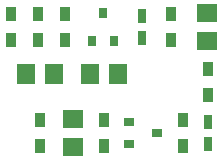
<source format=gtp>
G04 #@! TF.FileFunction,Paste,Top*
%FSLAX46Y46*%
G04 Gerber Fmt 4.6, Leading zero omitted, Abs format (unit mm)*
G04 Created by KiCad (PCBNEW 4.0.4-1.fc24-product) date Mon Apr 30 10:47:46 2018*
%MOMM*%
%LPD*%
G01*
G04 APERTURE LIST*
%ADD10C,0.100000*%
%ADD11R,0.750000X1.200000*%
%ADD12R,0.900000X0.800000*%
%ADD13R,1.549400X1.800860*%
%ADD14R,0.800000X0.900000*%
%ADD15R,0.900000X1.200000*%
%ADD16R,1.800860X1.549400*%
G04 APERTURE END LIST*
D10*
D11*
X166389370Y-105950738D03*
X166389370Y-104050738D03*
D12*
X165289370Y-113050738D03*
X165289370Y-114950738D03*
X167689370Y-114000738D03*
D13*
X162013350Y-109000738D03*
X164365390Y-109000738D03*
D14*
X162139370Y-106200738D03*
X164039370Y-106200738D03*
X163089370Y-103800738D03*
D15*
X159889370Y-103900738D03*
X159889370Y-106100738D03*
D16*
X171889370Y-106176758D03*
X171889370Y-103824718D03*
D11*
X171989370Y-113050738D03*
X171989370Y-114950738D03*
D16*
X160589370Y-115176758D03*
X160589370Y-112824718D03*
D15*
X168889370Y-106100738D03*
X168889370Y-103900738D03*
X157589370Y-103900738D03*
X157589370Y-106100738D03*
X169889370Y-112900738D03*
X169889370Y-115100738D03*
X163189370Y-115100738D03*
X163189370Y-112900738D03*
X157789370Y-115100738D03*
X157789370Y-112900738D03*
X155289370Y-103900738D03*
X155289370Y-106100738D03*
X171989370Y-108600738D03*
X171989370Y-110800738D03*
D13*
X156573980Y-109000000D03*
X158926020Y-109000000D03*
M02*

</source>
